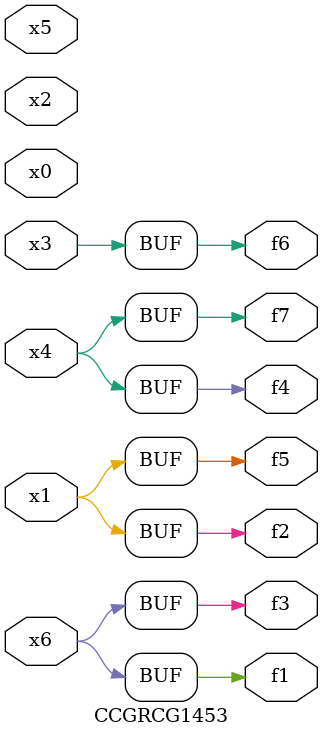
<source format=v>
module CCGRCG1453(
	input x0, x1, x2, x3, x4, x5, x6,
	output f1, f2, f3, f4, f5, f6, f7
);
	assign f1 = x6;
	assign f2 = x1;
	assign f3 = x6;
	assign f4 = x4;
	assign f5 = x1;
	assign f6 = x3;
	assign f7 = x4;
endmodule

</source>
